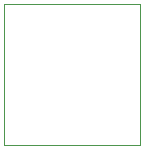
<source format=gm1>
G04 #@! TF.FileFunction,Profile,NP*
%FSLAX46Y46*%
G04 Gerber Fmt 4.6, Leading zero omitted, Abs format (unit mm)*
G04 Created by KiCad (PCBNEW 4.0.4-stable) date Monday 13 March 2017 'à' 21:29:09*
%MOMM*%
%LPD*%
G01*
G04 APERTURE LIST*
%ADD10C,0.100000*%
G04 APERTURE END LIST*
D10*
X54000000Y-46000000D02*
X65500000Y-46000000D01*
X54000000Y-34100000D02*
X54000000Y-46000000D01*
X65500000Y-34100000D02*
X54000000Y-34100000D01*
X65500000Y-46000000D02*
X65500000Y-34100000D01*
M02*

</source>
